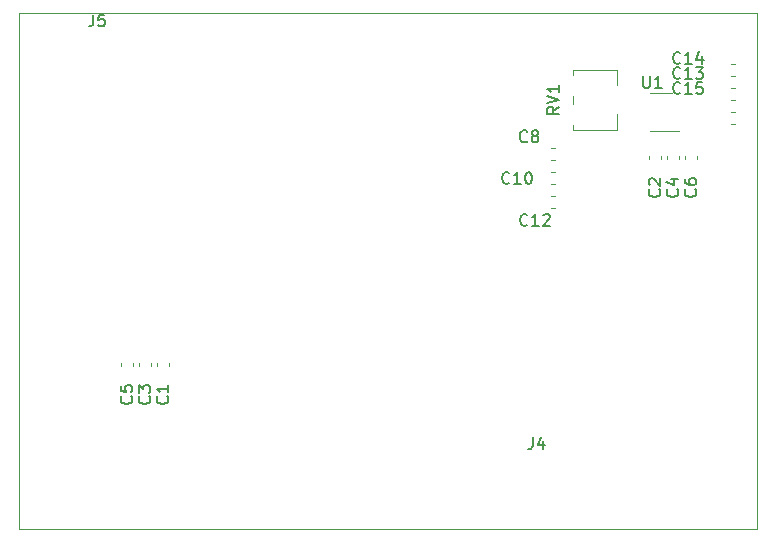
<source format=gto>
%TF.GenerationSoftware,KiCad,Pcbnew,(6.0.7)*%
%TF.CreationDate,2022-08-24T23:24:25-04:00*%
%TF.ProjectId,hexapod_interlock,68657861-706f-4645-9f69-6e7465726c6f,rev?*%
%TF.SameCoordinates,Original*%
%TF.FileFunction,Legend,Top*%
%TF.FilePolarity,Positive*%
%FSLAX46Y46*%
G04 Gerber Fmt 4.6, Leading zero omitted, Abs format (unit mm)*
G04 Created by KiCad (PCBNEW (6.0.7)) date 2022-08-24 23:24:25*
%MOMM*%
%LPD*%
G01*
G04 APERTURE LIST*
%TA.AperFunction,Profile*%
%ADD10C,0.100000*%
%TD*%
%ADD11C,0.150000*%
%ADD12C,0.120000*%
G04 APERTURE END LIST*
D10*
X196596000Y-140914000D02*
X196596000Y-97226000D01*
X134112000Y-97226000D02*
X196596000Y-97226000D01*
X134112000Y-140914000D02*
X196596000Y-140914000D01*
X134112000Y-97226000D02*
X134112000Y-140914000D01*
D11*
%TO.C,C14*%
X190111142Y-101393142D02*
X190063523Y-101440761D01*
X189920666Y-101488380D01*
X189825428Y-101488380D01*
X189682571Y-101440761D01*
X189587333Y-101345523D01*
X189539714Y-101250285D01*
X189492095Y-101059809D01*
X189492095Y-100916952D01*
X189539714Y-100726476D01*
X189587333Y-100631238D01*
X189682571Y-100536000D01*
X189825428Y-100488380D01*
X189920666Y-100488380D01*
X190063523Y-100536000D01*
X190111142Y-100583619D01*
X191063523Y-101488380D02*
X190492095Y-101488380D01*
X190777809Y-101488380D02*
X190777809Y-100488380D01*
X190682571Y-100631238D01*
X190587333Y-100726476D01*
X190492095Y-100774095D01*
X191920666Y-100821714D02*
X191920666Y-101488380D01*
X191682571Y-100440761D02*
X191444476Y-101155047D01*
X192063523Y-101155047D01*
%TO.C,RV1*%
X179832380Y-105131238D02*
X179356190Y-105464571D01*
X179832380Y-105702666D02*
X178832380Y-105702666D01*
X178832380Y-105321714D01*
X178880000Y-105226476D01*
X178927619Y-105178857D01*
X179022857Y-105131238D01*
X179165714Y-105131238D01*
X179260952Y-105178857D01*
X179308571Y-105226476D01*
X179356190Y-105321714D01*
X179356190Y-105702666D01*
X178832380Y-104845523D02*
X179832380Y-104512190D01*
X178832380Y-104178857D01*
X179832380Y-103321714D02*
X179832380Y-103893142D01*
X179832380Y-103607428D02*
X178832380Y-103607428D01*
X178975238Y-103702666D01*
X179070476Y-103797904D01*
X179118095Y-103893142D01*
%TO.C,C6*%
X191365142Y-112124666D02*
X191412761Y-112172285D01*
X191460380Y-112315142D01*
X191460380Y-112410380D01*
X191412761Y-112553238D01*
X191317523Y-112648476D01*
X191222285Y-112696095D01*
X191031809Y-112743714D01*
X190888952Y-112743714D01*
X190698476Y-112696095D01*
X190603238Y-112648476D01*
X190508000Y-112553238D01*
X190460380Y-112410380D01*
X190460380Y-112315142D01*
X190508000Y-112172285D01*
X190555619Y-112124666D01*
X190460380Y-111267523D02*
X190460380Y-111458000D01*
X190508000Y-111553238D01*
X190555619Y-111600857D01*
X190698476Y-111696095D01*
X190888952Y-111743714D01*
X191269904Y-111743714D01*
X191365142Y-111696095D01*
X191412761Y-111648476D01*
X191460380Y-111553238D01*
X191460380Y-111362761D01*
X191412761Y-111267523D01*
X191365142Y-111219904D01*
X191269904Y-111172285D01*
X191031809Y-111172285D01*
X190936571Y-111219904D01*
X190888952Y-111267523D01*
X190841333Y-111362761D01*
X190841333Y-111553238D01*
X190888952Y-111648476D01*
X190936571Y-111696095D01*
X191031809Y-111743714D01*
%TO.C,C13*%
X190111142Y-102663142D02*
X190063523Y-102710761D01*
X189920666Y-102758380D01*
X189825428Y-102758380D01*
X189682571Y-102710761D01*
X189587333Y-102615523D01*
X189539714Y-102520285D01*
X189492095Y-102329809D01*
X189492095Y-102186952D01*
X189539714Y-101996476D01*
X189587333Y-101901238D01*
X189682571Y-101806000D01*
X189825428Y-101758380D01*
X189920666Y-101758380D01*
X190063523Y-101806000D01*
X190111142Y-101853619D01*
X191063523Y-102758380D02*
X190492095Y-102758380D01*
X190777809Y-102758380D02*
X190777809Y-101758380D01*
X190682571Y-101901238D01*
X190587333Y-101996476D01*
X190492095Y-102044095D01*
X191396857Y-101758380D02*
X192015904Y-101758380D01*
X191682571Y-102139333D01*
X191825428Y-102139333D01*
X191920666Y-102186952D01*
X191968285Y-102234571D01*
X192015904Y-102329809D01*
X192015904Y-102567904D01*
X191968285Y-102663142D01*
X191920666Y-102710761D01*
X191825428Y-102758380D01*
X191539714Y-102758380D01*
X191444476Y-102710761D01*
X191396857Y-102663142D01*
%TO.C,C2*%
X188317142Y-112124666D02*
X188364761Y-112172285D01*
X188412380Y-112315142D01*
X188412380Y-112410380D01*
X188364761Y-112553238D01*
X188269523Y-112648476D01*
X188174285Y-112696095D01*
X187983809Y-112743714D01*
X187840952Y-112743714D01*
X187650476Y-112696095D01*
X187555238Y-112648476D01*
X187460000Y-112553238D01*
X187412380Y-112410380D01*
X187412380Y-112315142D01*
X187460000Y-112172285D01*
X187507619Y-112124666D01*
X187507619Y-111743714D02*
X187460000Y-111696095D01*
X187412380Y-111600857D01*
X187412380Y-111362761D01*
X187460000Y-111267523D01*
X187507619Y-111219904D01*
X187602857Y-111172285D01*
X187698095Y-111172285D01*
X187840952Y-111219904D01*
X188412380Y-111791333D01*
X188412380Y-111172285D01*
%TO.C,C3*%
X145137142Y-129650666D02*
X145184761Y-129698285D01*
X145232380Y-129841142D01*
X145232380Y-129936380D01*
X145184761Y-130079238D01*
X145089523Y-130174476D01*
X144994285Y-130222095D01*
X144803809Y-130269714D01*
X144660952Y-130269714D01*
X144470476Y-130222095D01*
X144375238Y-130174476D01*
X144280000Y-130079238D01*
X144232380Y-129936380D01*
X144232380Y-129841142D01*
X144280000Y-129698285D01*
X144327619Y-129650666D01*
X144232380Y-129317333D02*
X144232380Y-128698285D01*
X144613333Y-129031619D01*
X144613333Y-128888761D01*
X144660952Y-128793523D01*
X144708571Y-128745904D01*
X144803809Y-128698285D01*
X145041904Y-128698285D01*
X145137142Y-128745904D01*
X145184761Y-128793523D01*
X145232380Y-128888761D01*
X145232380Y-129174476D01*
X145184761Y-129269714D01*
X145137142Y-129317333D01*
%TO.C,C15*%
X190111142Y-103933142D02*
X190063523Y-103980761D01*
X189920666Y-104028380D01*
X189825428Y-104028380D01*
X189682571Y-103980761D01*
X189587333Y-103885523D01*
X189539714Y-103790285D01*
X189492095Y-103599809D01*
X189492095Y-103456952D01*
X189539714Y-103266476D01*
X189587333Y-103171238D01*
X189682571Y-103076000D01*
X189825428Y-103028380D01*
X189920666Y-103028380D01*
X190063523Y-103076000D01*
X190111142Y-103123619D01*
X191063523Y-104028380D02*
X190492095Y-104028380D01*
X190777809Y-104028380D02*
X190777809Y-103028380D01*
X190682571Y-103171238D01*
X190587333Y-103266476D01*
X190492095Y-103314095D01*
X191968285Y-103028380D02*
X191492095Y-103028380D01*
X191444476Y-103504571D01*
X191492095Y-103456952D01*
X191587333Y-103409333D01*
X191825428Y-103409333D01*
X191920666Y-103456952D01*
X191968285Y-103504571D01*
X192015904Y-103599809D01*
X192015904Y-103837904D01*
X191968285Y-103933142D01*
X191920666Y-103980761D01*
X191825428Y-104028380D01*
X191587333Y-104028380D01*
X191492095Y-103980761D01*
X191444476Y-103933142D01*
%TO.C,C5*%
X143613142Y-129650666D02*
X143660761Y-129698285D01*
X143708380Y-129841142D01*
X143708380Y-129936380D01*
X143660761Y-130079238D01*
X143565523Y-130174476D01*
X143470285Y-130222095D01*
X143279809Y-130269714D01*
X143136952Y-130269714D01*
X142946476Y-130222095D01*
X142851238Y-130174476D01*
X142756000Y-130079238D01*
X142708380Y-129936380D01*
X142708380Y-129841142D01*
X142756000Y-129698285D01*
X142803619Y-129650666D01*
X142708380Y-128745904D02*
X142708380Y-129222095D01*
X143184571Y-129269714D01*
X143136952Y-129222095D01*
X143089333Y-129126857D01*
X143089333Y-128888761D01*
X143136952Y-128793523D01*
X143184571Y-128745904D01*
X143279809Y-128698285D01*
X143517904Y-128698285D01*
X143613142Y-128745904D01*
X143660761Y-128793523D01*
X143708380Y-128888761D01*
X143708380Y-129126857D01*
X143660761Y-129222095D01*
X143613142Y-129269714D01*
%TO.C,C12*%
X177157142Y-115109142D02*
X177109523Y-115156761D01*
X176966666Y-115204380D01*
X176871428Y-115204380D01*
X176728571Y-115156761D01*
X176633333Y-115061523D01*
X176585714Y-114966285D01*
X176538095Y-114775809D01*
X176538095Y-114632952D01*
X176585714Y-114442476D01*
X176633333Y-114347238D01*
X176728571Y-114252000D01*
X176871428Y-114204380D01*
X176966666Y-114204380D01*
X177109523Y-114252000D01*
X177157142Y-114299619D01*
X178109523Y-115204380D02*
X177538095Y-115204380D01*
X177823809Y-115204380D02*
X177823809Y-114204380D01*
X177728571Y-114347238D01*
X177633333Y-114442476D01*
X177538095Y-114490095D01*
X178490476Y-114299619D02*
X178538095Y-114252000D01*
X178633333Y-114204380D01*
X178871428Y-114204380D01*
X178966666Y-114252000D01*
X179014285Y-114299619D01*
X179061904Y-114394857D01*
X179061904Y-114490095D01*
X179014285Y-114632952D01*
X178442857Y-115204380D01*
X179061904Y-115204380D01*
%TO.C,C10*%
X175633142Y-111553142D02*
X175585523Y-111600761D01*
X175442666Y-111648380D01*
X175347428Y-111648380D01*
X175204571Y-111600761D01*
X175109333Y-111505523D01*
X175061714Y-111410285D01*
X175014095Y-111219809D01*
X175014095Y-111076952D01*
X175061714Y-110886476D01*
X175109333Y-110791238D01*
X175204571Y-110696000D01*
X175347428Y-110648380D01*
X175442666Y-110648380D01*
X175585523Y-110696000D01*
X175633142Y-110743619D01*
X176585523Y-111648380D02*
X176014095Y-111648380D01*
X176299809Y-111648380D02*
X176299809Y-110648380D01*
X176204571Y-110791238D01*
X176109333Y-110886476D01*
X176014095Y-110934095D01*
X177204571Y-110648380D02*
X177299809Y-110648380D01*
X177395047Y-110696000D01*
X177442666Y-110743619D01*
X177490285Y-110838857D01*
X177537904Y-111029333D01*
X177537904Y-111267428D01*
X177490285Y-111457904D01*
X177442666Y-111553142D01*
X177395047Y-111600761D01*
X177299809Y-111648380D01*
X177204571Y-111648380D01*
X177109333Y-111600761D01*
X177061714Y-111553142D01*
X177014095Y-111457904D01*
X176966476Y-111267428D01*
X176966476Y-111029333D01*
X177014095Y-110838857D01*
X177061714Y-110743619D01*
X177109333Y-110696000D01*
X177204571Y-110648380D01*
%TO.C,U1*%
X186944095Y-102520380D02*
X186944095Y-103329904D01*
X186991714Y-103425142D01*
X187039333Y-103472761D01*
X187134571Y-103520380D01*
X187325047Y-103520380D01*
X187420285Y-103472761D01*
X187467904Y-103425142D01*
X187515523Y-103329904D01*
X187515523Y-102520380D01*
X188515523Y-103520380D02*
X187944095Y-103520380D01*
X188229809Y-103520380D02*
X188229809Y-102520380D01*
X188134571Y-102663238D01*
X188039333Y-102758476D01*
X187944095Y-102806095D01*
%TO.C,J5*%
X140382666Y-97322380D02*
X140382666Y-98036666D01*
X140335047Y-98179523D01*
X140239809Y-98274761D01*
X140096952Y-98322380D01*
X140001714Y-98322380D01*
X141335047Y-97322380D02*
X140858857Y-97322380D01*
X140811238Y-97798571D01*
X140858857Y-97750952D01*
X140954095Y-97703333D01*
X141192190Y-97703333D01*
X141287428Y-97750952D01*
X141335047Y-97798571D01*
X141382666Y-97893809D01*
X141382666Y-98131904D01*
X141335047Y-98227142D01*
X141287428Y-98274761D01*
X141192190Y-98322380D01*
X140954095Y-98322380D01*
X140858857Y-98274761D01*
X140811238Y-98227142D01*
%TO.C,C1*%
X146661142Y-129650666D02*
X146708761Y-129698285D01*
X146756380Y-129841142D01*
X146756380Y-129936380D01*
X146708761Y-130079238D01*
X146613523Y-130174476D01*
X146518285Y-130222095D01*
X146327809Y-130269714D01*
X146184952Y-130269714D01*
X145994476Y-130222095D01*
X145899238Y-130174476D01*
X145804000Y-130079238D01*
X145756380Y-129936380D01*
X145756380Y-129841142D01*
X145804000Y-129698285D01*
X145851619Y-129650666D01*
X146756380Y-128698285D02*
X146756380Y-129269714D01*
X146756380Y-128984000D02*
X145756380Y-128984000D01*
X145899238Y-129079238D01*
X145994476Y-129174476D01*
X146042095Y-129269714D01*
%TO.C,C4*%
X189841142Y-112124666D02*
X189888761Y-112172285D01*
X189936380Y-112315142D01*
X189936380Y-112410380D01*
X189888761Y-112553238D01*
X189793523Y-112648476D01*
X189698285Y-112696095D01*
X189507809Y-112743714D01*
X189364952Y-112743714D01*
X189174476Y-112696095D01*
X189079238Y-112648476D01*
X188984000Y-112553238D01*
X188936380Y-112410380D01*
X188936380Y-112315142D01*
X188984000Y-112172285D01*
X189031619Y-112124666D01*
X189269714Y-111267523D02*
X189936380Y-111267523D01*
X188888761Y-111505619D02*
X189603047Y-111743714D01*
X189603047Y-111124666D01*
%TO.C,C8*%
X177125333Y-108035142D02*
X177077714Y-108082761D01*
X176934857Y-108130380D01*
X176839619Y-108130380D01*
X176696761Y-108082761D01*
X176601523Y-107987523D01*
X176553904Y-107892285D01*
X176506285Y-107701809D01*
X176506285Y-107558952D01*
X176553904Y-107368476D01*
X176601523Y-107273238D01*
X176696761Y-107178000D01*
X176839619Y-107130380D01*
X176934857Y-107130380D01*
X177077714Y-107178000D01*
X177125333Y-107225619D01*
X177696761Y-107558952D02*
X177601523Y-107511333D01*
X177553904Y-107463714D01*
X177506285Y-107368476D01*
X177506285Y-107320857D01*
X177553904Y-107225619D01*
X177601523Y-107178000D01*
X177696761Y-107130380D01*
X177887238Y-107130380D01*
X177982476Y-107178000D01*
X178030095Y-107225619D01*
X178077714Y-107320857D01*
X178077714Y-107368476D01*
X178030095Y-107463714D01*
X177982476Y-107511333D01*
X177887238Y-107558952D01*
X177696761Y-107558952D01*
X177601523Y-107606571D01*
X177553904Y-107654190D01*
X177506285Y-107749428D01*
X177506285Y-107939904D01*
X177553904Y-108035142D01*
X177601523Y-108082761D01*
X177696761Y-108130380D01*
X177887238Y-108130380D01*
X177982476Y-108082761D01*
X178030095Y-108035142D01*
X178077714Y-107939904D01*
X178077714Y-107749428D01*
X178030095Y-107654190D01*
X177982476Y-107606571D01*
X177887238Y-107558952D01*
%TO.C,J4*%
X177593666Y-133116380D02*
X177593666Y-133830666D01*
X177546047Y-133973523D01*
X177450809Y-134068761D01*
X177307952Y-134116380D01*
X177212714Y-134116380D01*
X178498428Y-133449714D02*
X178498428Y-134116380D01*
X178260333Y-133068761D02*
X178022238Y-133783047D01*
X178641285Y-133783047D01*
D12*
%TO.C,C14*%
X194417733Y-102506000D02*
X194710267Y-102506000D01*
X194417733Y-101486000D02*
X194710267Y-101486000D01*
%TO.C,RV1*%
X184750000Y-107056000D02*
X184750000Y-105776000D01*
X181010000Y-102016000D02*
X184750000Y-102016000D01*
X184750000Y-103296000D02*
X184750000Y-102016000D01*
X181010000Y-107056000D02*
X181010000Y-106676000D01*
X181010000Y-107056000D02*
X184750000Y-107056000D01*
X181010000Y-102396000D02*
X181010000Y-102016000D01*
X181010000Y-104896000D02*
X181010000Y-104176000D01*
%TO.C,C6*%
X190498000Y-109564267D02*
X190498000Y-109271733D01*
X191518000Y-109564267D02*
X191518000Y-109271733D01*
%TO.C,C13*%
X194417733Y-104538000D02*
X194710267Y-104538000D01*
X194417733Y-103518000D02*
X194710267Y-103518000D01*
%TO.C,C2*%
X187450000Y-109564267D02*
X187450000Y-109271733D01*
X188470000Y-109564267D02*
X188470000Y-109271733D01*
%TO.C,C3*%
X144270000Y-126797733D02*
X144270000Y-127090267D01*
X145290000Y-126797733D02*
X145290000Y-127090267D01*
%TO.C,C15*%
X194417733Y-106570000D02*
X194710267Y-106570000D01*
X194417733Y-105550000D02*
X194710267Y-105550000D01*
%TO.C,C5*%
X143766000Y-126797733D02*
X143766000Y-127090267D01*
X142746000Y-126797733D02*
X142746000Y-127090267D01*
%TO.C,C12*%
X179177733Y-112662000D02*
X179470267Y-112662000D01*
X179177733Y-113682000D02*
X179470267Y-113682000D01*
%TO.C,C10*%
X179177733Y-110630000D02*
X179470267Y-110630000D01*
X179177733Y-111650000D02*
X179470267Y-111650000D01*
%TO.C,U1*%
X187568000Y-107162000D02*
X190018000Y-107162000D01*
X189368000Y-103942000D02*
X187568000Y-103942000D01*
%TO.C,C1*%
X146814000Y-126797733D02*
X146814000Y-127090267D01*
X145794000Y-126797733D02*
X145794000Y-127090267D01*
%TO.C,C4*%
X189994000Y-109564267D02*
X189994000Y-109271733D01*
X188974000Y-109564267D02*
X188974000Y-109271733D01*
%TO.C,C8*%
X179177733Y-108598000D02*
X179470267Y-108598000D01*
X179177733Y-109618000D02*
X179470267Y-109618000D01*
%TD*%
M02*

</source>
